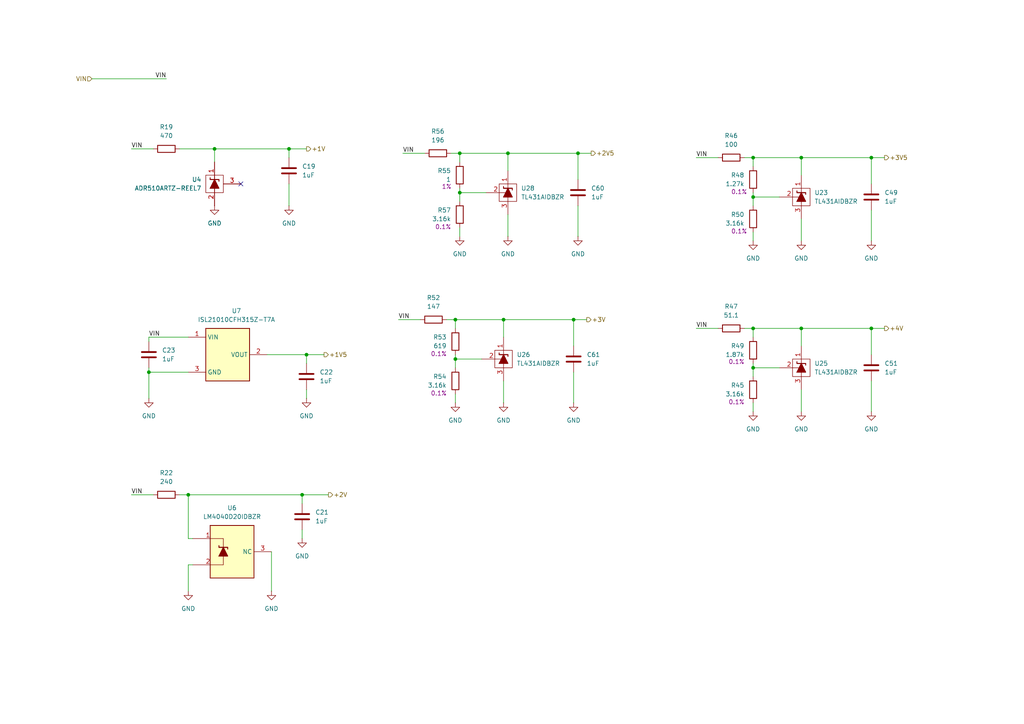
<source format=kicad_sch>
(kicad_sch (version 20250114) (generator "eeschema") (generator_version "9.0")
  (paper "A4")
  (lib_symbols
    (symbol "Library:ADR510ARTZ-REEL7"
      (property "Reference" "IC" (at 4.572 6.35 0))
      (property "Value" "ADR510ARTZ-REEL7" (at 4.572 3.81 0))
      (symbol "ADR510ARTZ-REEL7_0_1"
        (rectangle (start -2.54 -3.81) (end 2.54 -8.89))
        (polyline (pts (xy -1.27 -5.08) (xy 1.27 -5.08) (xy 1.27 -5.588)) (stroke (width 0.254)))
        (polyline (pts (xy -1.27 -7.62) (xy 1.27 -7.62) (xy 0 -5.08) (xy -1.27 -7.62)) (stroke (width 0.254)) (fill (type outline)))
        (polyline (pts (xy 1.27 -5.08) (xy -1.27 -5.08) (xy -1.27 -4.572)) (stroke (width 0.254)))
      )
      (symbol "ADR510ARTZ-REEL7_1_1"
        (pin passive line (at 0 0 270) (length 5.08) (name "") (number "1"))
        (pin passive line (at 0 -12.7 90) (length 5.08) (name "") (number "2"))
        (pin passive line (at 7.62 -6.35 180) (length 5.08) (name "") (number "3"))
      )
    )
    (symbol "Library:C" (pin_numbers (hide yes)) (pin_names (offset 0.254))
      (property "Reference" "C" (at 0.635 2.54 0))
      (property "Value" "C" (at 0.635 -2.54 0))
      (symbol "C_0_1"
        (polyline (pts (xy -2.032 0.762) (xy 2.032 0.762)) (stroke (width 0.508)))
        (polyline (pts (xy -2.032 -0.762) (xy 2.032 -0.762)) (stroke (width 0.508)))
      )
      (symbol "C_1_1"
        (pin passive line (at 0 3.81 270) (length 2.794) (name "~") (number "1"))
        (pin passive line (at 0 -3.81 90) (length 2.794) (name "~") (number "2"))
      )
    )
    (symbol "Library:ISL21010CFH315Z-T7A"
      (property "Reference" "IC" (at 24.13 7.62 0))
      (property "Value" "ISL21010CFH315Z-T7A" (at 24.13 5.08 0))
      (symbol "ISL21010CFH315Z-T7A_1_1"
        (rectangle (start 5.08 2.54) (end 17.78 -12.7) (stroke (width 0.254)) (fill (type background)))
        (pin passive line (at 0 0 0) (length 5.08) (name "VIN") (number "1"))
        (pin passive line (at 0 -10.16 0) (length 5.08) (name "GND") (number "3"))
        (pin passive line (at 22.86 -5.08 180) (length 5.08) (name "VOUT") (number "2"))
      )
    )
    (symbol "Library:LM4040D20IDBZR"
      (property "Reference" "IC" (at 31.75 1.27 0))
      (property "Value" "LM4040D20IDBZR" (at 31.75 -1.27 0))
      (symbol "LM4040D20IDBZR_0_1"
        (polyline (pts (xy 7.62 -2.54) (xy 10.16 -2.54) (xy 10.16 -3.048)) (stroke (width 0.254)))
        (polyline (pts (xy 7.62 -5.08) (xy 10.16 -5.08) (xy 8.89 -2.54) (xy 7.62 -5.08)) (stroke (width 0.254)) (fill (type outline)))
        (polyline (pts (xy 8.89 -2.54) (xy 8.89 0)))
        (polyline (pts (xy 8.89 -5.08) (xy 8.89 -7.62)))
        (polyline (pts (xy 10.16 -2.54) (xy 7.62 -2.54) (xy 7.62 -2.032)) (stroke (width 0.254)))
      )
      (symbol "LM4040D20IDBZR_1_1"
        (rectangle (start 5.08 3.81) (end 17.78 -11.43) (stroke (width 0.254)) (fill (type background)))
        (pin passive line (at 0 0 0) (length 8.89) (name "") (number "1"))
        (pin passive line (at 0 -7.62 0) (length 8.89) (name "") (number "2"))
        (pin passive line (at 22.86 -3.81 180) (length 5.08) (name "NC") (number "3"))
      )
    )
    (symbol "Library:R" (pin_numbers (hide yes)) (pin_names (offset 0))
      (property "Reference" "R" (at 2.032 0 90))
      (property "Value" "R" (at 0 0 90))
      (symbol "R_0_1"
        (rectangle (start -1.016 -2.54) (end 1.016 2.54) (stroke (width 0.254)))
      )
      (symbol "R_1_1"
        (pin passive line (at 0 3.81 270) (length 1.27) (name "~") (number "1"))
        (pin passive line (at 0 -3.81 90) (length 1.27) (name "~") (number "2"))
      )
    )
    (symbol "TL431AIDBZR_1"
      (property "Reference" "U" (at 3.302 -5.08 0))
      (property "Value" "TL431AIDBZR" (at 3.302 -7.62 0))
      (symbol "TL431AIDBZR_1_0_1"
        (rectangle (start -2.54 -3.81) (end 2.54 -8.89))
        (polyline (pts (xy -1.27 -5.08) (xy 1.27 -5.08) (xy 1.27 -5.588)) (stroke (width 0.254)))
        (polyline (pts (xy -1.27 -7.62) (xy 1.27 -7.62) (xy 0 -5.08) (xy -1.27 -7.62)) (stroke (width 0.254)) (fill (type outline)))
        (polyline (pts (xy 1.27 -5.08) (xy -1.27 -5.08) (xy -1.27 -4.572)) (stroke (width 0.254)))
      )
      (symbol "TL431AIDBZR_1_1_1"
        (pin passive line (at -6.35 -6.35 0) (length 5.588) (name "") (number "2"))
        (pin passive line (at 0 0 270) (length 5.08) (name "") (number "1"))
        (pin passive line (at 0 -12.7 90) (length 5.08) (name "") (number "3"))
      )
    )
    (symbol "power:GND" (power) (pin_numbers (hide yes)) (pin_names (offset 0) (hide yes))
      (property "Value" "GND" (at 0 -3.81 0))
      (symbol "GND_0_1"
        (polyline (pts (xy 0 0) (xy 0 -1.27) (xy 1.27 -1.27) (xy 0 -2.54) (xy -1.27 -1.27) (xy 0 -1.27)))
      )
      (symbol "GND_1_1"
        (pin power_in line (at 0 0 270) (length 0) (name "~") (number "1"))
      )
    )
  )
  (junction (at 218.44 95.25))
  (junction (at 132.08 104.14))
  (junction (at 132.08 92.71))
  (junction (at 252.73 95.25))
  (junction (at 83.82 43.18))
  (junction (at 166.37 92.71))
  (junction (at 218.44 45.72))
  (junction (at 167.64 44.45))
  (junction (at 232.41 95.25))
  (junction (at 43.18 107.95))
  (junction (at 146.05 92.71))
  (junction (at 232.41 45.72))
  (junction (at 88.9 102.87))
  (junction (at 218.44 57.15))
  (junction (at 218.44 106.68))
  (junction (at 133.35 55.88))
  (junction (at 87.63 143.51))
  (junction (at 133.35 44.45))
  (junction (at 62.23 43.18))
  (junction (at 147.32 44.45))
  (junction (at 252.73 45.72))
  (junction (at 54.61 143.51))
  (no_connect (at 69.85 53.34))
  (wire (pts (xy 133.35 54.61) (xy 133.35 55.88)))
  (wire (pts (xy 146.05 92.71) (xy 166.37 92.71)))
  (wire (pts (xy 88.9 113.03) (xy 88.9 115.57)))
  (wire (pts (xy 133.35 44.45) (xy 133.35 46.99)))
  (wire (pts (xy 232.41 100.33) (xy 232.41 95.25)))
  (wire (pts (xy 87.63 143.51) (xy 95.25 143.51)))
  (wire (pts (xy 88.9 102.87) (xy 88.9 105.41)))
  (wire (pts (xy 132.08 104.14) (xy 139.7 104.14)))
  (wire (pts (xy 218.44 45.72) (xy 232.41 45.72)))
  (wire (pts (xy 166.37 92.71) (xy 170.18 92.71)))
  (wire (pts (xy 252.73 95.25) (xy 252.73 102.87)))
  (wire (pts (xy 232.41 63.5) (xy 232.41 69.85)))
  (wire (pts (xy 87.63 143.51) (xy 87.63 146.05)))
  (wire (pts (xy 116.84 44.45) (xy 123.19 44.45)))
  (wire (pts (xy 167.64 59.69) (xy 167.64 68.58)))
  (wire (pts (xy 132.08 92.71) (xy 146.05 92.71)))
  (wire (pts (xy 83.82 53.34) (xy 83.82 59.69)))
  (wire (pts (xy 54.61 163.83) (xy 55.88 163.83)))
  (wire (pts (xy 43.18 107.95) (xy 54.61 107.95)))
  (wire (pts (xy 147.32 62.23) (xy 147.32 68.58)))
  (wire (pts (xy 215.9 95.25) (xy 218.44 95.25)))
  (wire (pts (xy 218.44 55.88) (xy 218.44 57.15)))
  (wire (pts (xy 87.63 153.67) (xy 87.63 156.21)))
  (wire (pts (xy 130.81 44.45) (xy 133.35 44.45)))
  (wire (pts (xy 147.32 49.53) (xy 147.32 44.45)))
  (wire (pts (xy 43.18 106.68) (xy 43.18 107.95)))
  (wire (pts (xy 147.32 44.45) (xy 167.64 44.45)))
  (wire (pts (xy 83.82 43.18) (xy 83.82 45.72)))
  (wire (pts (xy 218.44 105.41) (xy 218.44 106.68)))
  (wire (pts (xy 252.73 95.25) (xy 256.54 95.25)))
  (wire (pts (xy 166.37 107.95) (xy 166.37 116.84)))
  (wire (pts (xy 52.07 143.51) (xy 54.61 143.51)))
  (wire (pts (xy 252.73 60.96) (xy 252.73 69.85)))
  (wire (pts (xy 146.05 110.49) (xy 146.05 116.84)))
  (wire (pts (xy 218.44 57.15) (xy 218.44 59.69)))
  (wire (pts (xy 88.9 102.87) (xy 93.98 102.87)))
  (wire (pts (xy 146.05 97.79) (xy 146.05 92.71)))
  (wire (pts (xy 218.44 95.25) (xy 218.44 97.79)))
  (wire (pts (xy 54.61 143.51) (xy 54.61 156.21)))
  (wire (pts (xy 215.9 45.72) (xy 218.44 45.72)))
  (wire (pts (xy 201.93 45.72) (xy 208.28 45.72)))
  (wire (pts (xy 54.61 163.83) (xy 54.61 171.45)))
  (wire (pts (xy 133.35 66.04) (xy 133.35 68.58)))
  (wire (pts (xy 133.35 44.45) (xy 147.32 44.45)))
  (wire (pts (xy 43.18 97.79) (xy 54.61 97.79)))
  (wire (pts (xy 252.73 45.72) (xy 256.54 45.72)))
  (wire (pts (xy 62.23 43.18) (xy 62.23 46.99)))
  (wire (pts (xy 167.64 44.45) (xy 171.45 44.45)))
  (wire (pts (xy 133.35 55.88) (xy 133.35 58.42)))
  (wire (pts (xy 26.67 22.86) (xy 48.26 22.86)))
  (wire (pts (xy 132.08 102.87) (xy 132.08 104.14)))
  (wire (pts (xy 38.1 43.18) (xy 44.45 43.18)))
  (wire (pts (xy 38.1 143.51) (xy 44.45 143.51)))
  (wire (pts (xy 218.44 95.25) (xy 232.41 95.25)))
  (wire (pts (xy 43.18 97.79) (xy 43.18 99.06)))
  (wire (pts (xy 201.93 95.25) (xy 208.28 95.25)))
  (wire (pts (xy 129.54 92.71) (xy 132.08 92.71)))
  (wire (pts (xy 252.73 45.72) (xy 252.73 53.34)))
  (wire (pts (xy 252.73 110.49) (xy 252.73 119.38)))
  (wire (pts (xy 218.44 45.72) (xy 218.44 48.26)))
  (wire (pts (xy 232.41 45.72) (xy 252.73 45.72)))
  (wire (pts (xy 218.44 57.15) (xy 226.06 57.15)))
  (wire (pts (xy 77.47 102.87) (xy 88.9 102.87)))
  (wire (pts (xy 132.08 92.71) (xy 132.08 95.25)))
  (wire (pts (xy 218.44 67.31) (xy 218.44 69.85)))
  (wire (pts (xy 54.61 156.21) (xy 55.88 156.21)))
  (wire (pts (xy 132.08 104.14) (xy 132.08 106.68)))
  (wire (pts (xy 218.44 106.68) (xy 226.06 106.68)))
  (wire (pts (xy 62.23 43.18) (xy 83.82 43.18)))
  (wire (pts (xy 132.08 114.3) (xy 132.08 116.84)))
  (wire (pts (xy 232.41 113.03) (xy 232.41 119.38)))
  (wire (pts (xy 52.07 43.18) (xy 62.23 43.18)))
  (wire (pts (xy 83.82 43.18) (xy 88.9 43.18)))
  (wire (pts (xy 166.37 92.71) (xy 166.37 100.33)))
  (wire (pts (xy 232.41 95.25) (xy 252.73 95.25)))
  (wire (pts (xy 218.44 116.84) (xy 218.44 119.38)))
  (wire (pts (xy 115.57 92.71) (xy 121.92 92.71)))
  (wire (pts (xy 43.18 107.95) (xy 43.18 115.57)))
  (wire (pts (xy 78.74 160.02) (xy 78.74 171.45)))
  (wire (pts (xy 232.41 50.8) (xy 232.41 45.72)))
  (wire (pts (xy 218.44 106.68) (xy 218.44 109.22)))
  (wire (pts (xy 167.64 44.45) (xy 167.64 52.07)))
  (wire (pts (xy 133.35 55.88) (xy 140.97 55.88)))
  (wire (pts (xy 54.61 143.51) (xy 87.63 143.51)))
  (label "VIN" (at 48.26 22.86 180))
  (label "VIN" (at 116.84 44.45 0))
  (label "VIN" (at 201.93 95.25 0))
  (label "VIN" (at 38.1 143.51 0))
  (label "VIN" (at 43.18 97.79 0))
  (label "VIN" (at 115.57 92.71 0))
  (label "VIN" (at 201.93 45.72 0))
  (label "VIN" (at 38.1 43.18 0))
  (hierarchical_label "VIN" (shape input) (at 26.67 22.86 180))
  (hierarchical_label "+2V" (shape output) (at 95.25 143.51 0))
  (hierarchical_label "+3V5" (shape output) (at 256.54 45.72 0))
  (hierarchical_label "+1V5" (shape output) (at 93.98 102.87 0))
  (hierarchical_label "+4V" (shape output) (at 256.54 95.25 0))
  (hierarchical_label "+1V" (shape output) (at 88.9 43.18 0))
  (hierarchical_label "+2V5" (shape output) (at 171.45 44.45 0))
  (hierarchical_label "+3V" (shape output) (at 170.18 92.71 0))
  (symbol (lib_id "power:GND") (at 232.41 119.38 0) (unit 1)
    (property "Reference" "#PWR0163" (effects (hide yes)))
    (property "Value" "GND" (at 232.41 124.46 0))
    (property "Description" "Power symbol creates a global label with name \"GND\" , ground" (effects (hide yes)))
  )
  (symbol (lib_name "TL431AIDBZR_1") (lib_id "Library:TL431AIDBZR_1") (at 146.05 97.79 0) (unit 1)
    (property "Reference" "U26" (at 149.86 102.8699 0) (effects (justify left)))
    (property "Value" "TL431AIDBZR" (at 149.86 105.4099 0) (effects (justify left)))
    (property "Footprint" "Library:SOT95P237X112-3N" (effects (hide yes)))
    (property "Datasheet" "https://www.ti.com/lit/ds/symlink/tl431.pdf" (effects (hide yes)))
    (property "Description" "IC VREF SHUNT ADJ 1% SOT23-3" (effects (hide yes)))
    (property "Height" "1.12" (effects (hide yes)))
    (property "Manufacturer" "Texas Instruments" (effects (hide yes)))
    (property "Manufacturer Part Number" "TL431AIDBZR" (effects (hide yes)))
  )
  (symbol (lib_id "Library:R") (at 133.35 50.8 0) (mirror y) (unit 1)
    (property "Reference" "R55" (at 130.81 49.5299 0) (effects (justify left)))
    (property "Value" "1" (at 130.81 52.0699 0) (effects (justify left)))
    (property "Footprint" "Resistor_SMD:R_0603_1608Metric" (effects (hide yes)))
    (property "Datasheet" "https://industrial.panasonic.com/cdbs/www-data/pdf/RDN0000/AOA0000C313.pdf" (effects (hide yes)))
    (property "Description" "RES SMD 1 OHM 1% 1/4W 0603" (effects (hide yes)))
    (property "Tolerance" "1%" (at 129.54 54.102 0))
    (property "Manufacturer" "Panasonic Electronic Components" (effects (hide yes)))
    (property "Manufacturer Part Number" "ERJ-3BQF1R0V" (effects (hide yes)))
  )
  (symbol (lib_id "Library:C") (at 83.82 49.53 0) (unit 1)
    (property "Reference" "C19" (at 87.63 48.2599 0) (effects (justify left)))
    (property "Value" "1uF" (at 87.63 50.7999 0) (effects (justify left)))
    (property "Footprint" "Capacitor_SMD:C_0603_1608Metric" (effects (hide yes)))
    (property "Datasheet" "https://www.yageo.com/upload/media/product/productsearch/datasheet/mlcc/UPY-GPHC_X7R_6.3V-to-250V_24.pdf" (effects (hide yes)))
    (property "Description" "CAP CER 1UF 50V X7R 0603" (effects (hide yes)))
    (property "Manufacturer" "Yageo" (effects (hide yes)))
    (property "Package" "0603" (effects (hide yes)))
    (property "Manufacturer Part Number" "CC0603KRX7R9BB105" (effects (hide yes)))
  )
  (symbol (lib_id "power:GND") (at 252.73 119.38 0) (unit 1)
    (property "Reference" "#PWR0165" (effects (hide yes)))
    (property "Value" "GND" (at 252.73 124.46 0))
    (property "Description" "Power symbol creates a global label with name \"GND\" , ground" (effects (hide yes)))
  )
  (symbol (lib_id "power:GND") (at 218.44 69.85 0) (unit 1)
    (property "Reference" "#PWR0160" (effects (hide yes)))
    (property "Value" "GND" (at 218.44 74.93 0))
    (property "Description" "Power symbol creates a global label with name \"GND\" , ground" (effects (hide yes)))
  )
  (symbol (lib_id "Library:R") (at 133.35 62.23 0) (mirror y) (unit 1)
    (property "Reference" "R57" (at 130.81 60.9599 0) (effects (justify left)))
    (property "Value" "3.16k" (at 130.81 63.4999 0) (effects (justify left)))
    (property "Footprint" "Resistor_SMD:R_0603_1608Metric" (effects (hide yes)))
    (property "Datasheet" "https://industrial.panasonic.com/cdbs/www-data/pdf/RDM0000/AOA0000C307.pdf" (effects (hide yes)))
    (property "Description" "RES SMD 3.16KOHM 0.1% 1/10W 0603" (effects (hide yes)))
    (property "Tolerance" "0.1%" (at 128.524 65.786 0))
    (property "Manufacturer" "Panasonic Electronic Components" (effects (hide yes)))
    (property "Manufacturer Part Number" "ERA-3AEB3161V" (effects (hide yes)))
  )
  (symbol (lib_id "power:GND") (at 83.82 59.69 0) (unit 1)
    (property "Reference" "#PWR0147" (effects (hide yes)))
    (property "Value" "GND" (at 83.82 64.77 0))
    (property "Description" "Power symbol creates a global label with name \"GND\" , ground" (effects (hide yes)))
  )
  (symbol (lib_id "power:GND") (at 133.35 68.58 0) (unit 1)
    (property "Reference" "#PWR0153" (effects (hide yes)))
    (property "Value" "GND" (at 133.35 73.66 0))
    (property "Description" "Power symbol creates a global label with name \"GND\" , ground" (effects (hide yes)))
  )
  (symbol (lib_id "power:GND") (at 54.61 171.45 0) (unit 1)
    (property "Reference" "#PWR0144" (effects (hide yes)))
    (property "Value" "GND" (at 54.61 176.53 0))
    (property "Description" "Power symbol creates a global label with name \"GND\" , ground" (effects (hide yes)))
  )
  (symbol (lib_id "Library:R") (at 218.44 63.5 0) (mirror y) (unit 1)
    (property "Reference" "R50" (at 215.9 62.2299 0) (effects (justify left)))
    (property "Value" "3.16k" (at 215.9 64.7699 0) (effects (justify left)))
    (property "Footprint" "Resistor_SMD:R_0603_1608Metric" (effects (hide yes)))
    (property "Datasheet" "https://industrial.panasonic.com/cdbs/www-data/pdf/RDM0000/AOA0000C307.pdf" (effects (hide yes)))
    (property "Description" "RES SMD 3.16KOHM 0.1% 1/10W 0603" (effects (hide yes)))
    (property "Tolerance" "0.1%" (at 214.376 67.056 0))
    (property "Manufacturer" "Panasonic Electronic Components" (effects (hide yes)))
    (property "Manufacturer Part Number" "ERA-3AEB3161V" (effects (hide yes)))
  )
  (symbol (lib_name "TL431AIDBZR_1") (lib_id "Library:TL431AIDBZR_1") (at 232.41 100.33 0) (unit 1)
    (property "Reference" "U25" (at 236.22 105.4099 0) (effects (justify left)))
    (property "Value" "TL431AIDBZR" (at 236.22 107.9499 0) (effects (justify left)))
    (property "Footprint" "Library:SOT95P237X112-3N" (effects (hide yes)))
    (property "Datasheet" "https://www.ti.com/lit/ds/symlink/tl431.pdf" (effects (hide yes)))
    (property "Description" "IC VREF SHUNT ADJ 1% SOT23-3" (effects (hide yes)))
    (property "Height" "1.12" (effects (hide yes)))
    (property "Manufacturer" "Texas Instruments" (effects (hide yes)))
    (property "Manufacturer Part Number" "TL431AIDBZR" (effects (hide yes)))
  )
  (symbol (lib_id "Library:ADR510ARTZ-REEL7") (at 62.23 46.99 0) (unit 1)
    (property "Reference" "U4" (at 58.42 52.0699 0) (effects (justify right)))
    (property "Value" "ADR510ARTZ-REEL7" (at 58.42 54.6099 0) (effects (justify right)))
    (property "Footprint" "Library:SOT95P237X112-3N" (effects (hide yes)))
    (property "Datasheet" "https://www.analog.com/media/en/technical-documentation/data-sheets/ADR510.pdf" (effects (hide yes)))
    (property "Description" "IC VREF SHUNT 0.35% SOT23-3" (effects (hide yes)))
    (property "Manufacturer" "Analog Devices" (effects (hide yes)))
    (property "Manufacturer Part Number" "ADR510ARTZ-REEL7" (effects (hide yes)))
  )
  (symbol (lib_id "power:GND") (at 62.23 59.69 0) (unit 1)
    (property "Reference" "#PWR0145" (effects (hide yes)))
    (property "Value" "GND" (at 62.23 64.77 0))
    (property "Description" "Power symbol creates a global label with name \"GND\" , ground" (effects (hide yes)))
  )
  (symbol (lib_id "Library:R") (at 132.08 99.06 0) (mirror y) (unit 1)
    (property "Reference" "R53" (at 129.54 97.7899 0) (effects (justify left)))
    (property "Value" "619" (at 129.54 100.3299 0) (effects (justify left)))
    (property "Footprint" "Resistor_SMD:R_0603_1608Metric" (effects (hide yes)))
    (property "Datasheet" "https://industrial.panasonic.com/cdbs/www-data/pdf/RDM0000/AOA0000C307.pdf" (effects (hide yes)))
    (property "Description" "RES SMD 619 OHM 0.1% 1/10W 0603" (effects (hide yes)))
    (property "Tolerance" "0.1%" (at 127.254 102.616 0))
    (property "Manufacturer" "Panasonic Electronic Components" (effects (hide yes)))
    (property "Manufacturer Part Number" "ERA-3AEB6190V" (effects (hide yes)))
  )
  (symbol (lib_id "Library:R") (at 48.26 143.51 90) (unit 1)
    (property "Reference" "R22" (at 48.26 137.16 90))
    (property "Value" "240" (at 48.26 139.7 90))
    (property "Footprint" "Resistor_SMD:R_0603_1608Metric" (effects (hide yes)))
    (property "Datasheet" "https://www.yageo.com/upload/media/product/products/datasheet/rchip/PYu-RC_Group_51_RoHS_L_12.pdf" (effects (hide yes)))
    (property "Description" "RES 240 OHM 1% 1/10W 0603" (effects (hide yes)))
    (property "Tolerance" "1%" (effects (hide yes)))
    (property "Manufacturer" "Yageo" (effects (hide yes)))
    (property "Manufacturer Part Number" "RC0603FR-07240RL" (effects (hide yes)))
  )
  (symbol (lib_id "power:GND") (at 43.18 115.57 0) (unit 1)
    (property "Reference" "#PWR0143" (effects (hide yes)))
    (property "Value" "GND" (at 43.18 120.65 0))
    (property "Description" "Power symbol creates a global label with name \"GND\" , ground" (effects (hide yes)))
  )
  (symbol (lib_id "power:GND") (at 252.73 69.85 0) (unit 1)
    (property "Reference" "#PWR0164" (effects (hide yes)))
    (property "Value" "GND" (at 252.73 74.93 0))
    (property "Description" "Power symbol creates a global label with name \"GND\" , ground" (effects (hide yes)))
  )
  (symbol (lib_id "Library:R") (at 127 44.45 90) (unit 1)
    (property "Reference" "R56" (at 127 38.1 90))
    (property "Value" "196" (at 127 40.64 90))
    (property "Footprint" "Resistor_SMD:R_0603_1608Metric" (effects (hide yes)))
    (property "Datasheet" "https://industrial.panasonic.com/cdbs/www-data/pdf/RDA0000/AOA0000C304.pdf" (effects (hide yes)))
    (property "Description" "RES SMD 196 OHM 1% 1/10W 0603" (effects (hide yes)))
    (property "Tolerance" "1%" (effects (hide yes)))
    (property "Manufacturer" "Panasonic Electronic Components" (effects (hide yes)))
    (property "Manufacturer Part Number" "ERJ-3EKF1960V" (effects (hide yes)))
  )
  (symbol (lib_id "Library:R") (at 125.73 92.71 90) (unit 1)
    (property "Reference" "R52" (at 125.73 86.36 90))
    (property "Value" "147" (at 125.73 88.9 90))
    (property "Footprint" "Resistor_SMD:R_0603_1608Metric" (effects (hide yes)))
    (property "Datasheet" "https://industrial.panasonic.com/cdbs/www-data/pdf/RDA0000/AOA0000C304.pdf" (effects (hide yes)))
    (property "Description" "RES SMD 147 OHM 1% 1/10W 0603" (effects (hide yes)))
    (property "Tolerance" "1%" (effects (hide yes)))
    (property "Manufacturer" "Panasonic Electronic Components" (effects (hide yes)))
    (property "Manufacturer Part Number" "ERJ-3EKF1470V" (effects (hide yes)))
  )
  (symbol (lib_id "power:GND") (at 232.41 69.85 0) (unit 1)
    (property "Reference" "#PWR0162" (effects (hide yes)))
    (property "Value" "GND" (at 232.41 74.93 0))
    (property "Description" "Power symbol creates a global label with name \"GND\" , ground" (effects (hide yes)))
  )
  (symbol (lib_id "Library:C") (at 166.37 104.14 0) (unit 1)
    (property "Reference" "C61" (at 170.18 102.8699 0) (effects (justify left)))
    (property "Value" "1uF" (at 170.18 105.4099 0) (effects (justify left)))
    (property "Footprint" "Capacitor_SMD:C_0603_1608Metric" (effects (hide yes)))
    (property "Datasheet" "https://www.yageo.com/upload/media/product/productsearch/datasheet/mlcc/UPY-GPHC_X7R_6.3V-to-250V_24.pdf" (effects (hide yes)))
    (property "Description" "CAP CER 1UF 50V X7R 0603" (effects (hide yes)))
    (property "Manufacturer" "Yageo" (effects (hide yes)))
    (property "Package" "0603" (effects (hide yes)))
    (property "Manufacturer Part Number" "CC0603KRX7R9BB105" (effects (hide yes)))
  )
  (symbol (lib_id "Library:C") (at 87.63 149.86 0) (unit 1)
    (property "Reference" "C21" (at 91.44 148.5899 0) (effects (justify left)))
    (property "Value" "1uF" (at 91.44 151.1299 0) (effects (justify left)))
    (property "Footprint" "Capacitor_SMD:C_0603_1608Metric" (effects (hide yes)))
    (property "Datasheet" "https://www.yageo.com/upload/media/product/productsearch/datasheet/mlcc/UPY-GPHC_X7R_6.3V-to-250V_24.pdf" (effects (hide yes)))
    (property "Description" "CAP CER 1UF 50V X7R 0603" (effects (hide yes)))
    (property "Manufacturer" "Yageo" (effects (hide yes)))
    (property "Package" "0603" (effects (hide yes)))
    (property "Manufacturer Part Number" "CC0603KRX7R9BB105" (effects (hide yes)))
  )
  (symbol (lib_id "power:GND") (at 167.64 68.58 0) (unit 1)
    (property "Reference" "#PWR0157" (effects (hide yes)))
    (property "Value" "GND" (at 167.64 73.66 0))
    (property "Description" "Power symbol creates a global label with name \"GND\" , ground" (effects (hide yes)))
  )
  (symbol (lib_id "Library:LM4040D20IDBZR") (at 55.88 156.21 0) (unit 1)
    (property "Reference" "U6" (at 67.31 147.32 0))
    (property "Value" "LM4040D20IDBZR" (at 67.31 149.86 0))
    (property "Footprint" "Library:SOT95P237X112-3N" (effects (hide yes)))
    (property "Datasheet" "http://www.ti.com/lit/gpn/lm4040" (effects (hide yes)))
    (property "Description" "IC VREF SHUNT 1% SOT23-3" (effects (hide yes)))
    (property "Height" "1.12" (effects (hide yes)))
    (property "Manufacturer" "Texas Instruments" (effects (hide yes)))
    (property "Manufacturer Part Number" "LM4040D20IDBZR" (effects (hide yes)))
  )
  (symbol (lib_id "Library:R") (at 212.09 95.25 90) (unit 1)
    (property "Reference" "R47" (at 212.09 88.9 90))
    (property "Value" "51.1" (at 212.09 91.44 90))
    (property "Footprint" "Resistor_SMD:R_0603_1608Metric" (effects (hide yes)))
    (property "Datasheet" "https://industrial.panasonic.com/cdbs/www-data/pdf/RDA0000/AOA0000C304.pdf" (effects (hide yes)))
    (property "Description" "RES SMD 51.1 OHM 1% 1/10W 0603" (effects (hide yes)))
    (property "Tolerance" "1%" (effects (hide yes)))
    (property "Manufacturer" "Panasonic Electronic Components" (effects (hide yes)))
    (property "Manufacturer Part Number" "ERJ-3EKF51R1V" (effects (hide yes)))
  )
  (symbol (lib_name "TL431AIDBZR_1") (lib_id "Library:TL431AIDBZR_1") (at 232.41 50.8 0) (unit 1)
    (property "Reference" "U23" (at 236.22 55.8799 0) (effects (justify left)))
    (property "Value" "TL431AIDBZR" (at 236.22 58.4199 0) (effects (justify left)))
    (property "Footprint" "Library:SOT95P237X112-3N" (effects (hide yes)))
    (property "Datasheet" "https://www.ti.com/lit/ds/symlink/tl431.pdf" (effects (hide yes)))
    (property "Description" "IC VREF SHUNT ADJ 1% SOT23-3" (effects (hide yes)))
    (property "Height" "1.12" (effects (hide yes)))
    (property "Manufacturer" "Texas Instruments" (effects (hide yes)))
    (property "Manufacturer Part Number" "TL431AIDBZR" (effects (hide yes)))
  )
  (symbol (lib_id "power:GND") (at 132.08 116.84 0) (unit 1)
    (property "Reference" "#PWR0152" (effects (hide yes)))
    (property "Value" "GND" (at 132.08 121.92 0))
    (property "Description" "Power symbol creates a global label with name \"GND\" , ground" (effects (hide yes)))
  )
  (symbol (lib_id "Library:C") (at 167.64 55.88 0) (unit 1)
    (property "Reference" "C60" (at 171.45 54.6099 0) (effects (justify left)))
    (property "Value" "1uF" (at 171.45 57.1499 0) (effects (justify left)))
    (property "Footprint" "Capacitor_SMD:C_0603_1608Metric" (effects (hide yes)))
    (property "Datasheet" "https://www.yageo.com/upload/media/product/productsearch/datasheet/mlcc/UPY-GPHC_X7R_6.3V-to-250V_24.pdf" (effects (hide yes)))
    (property "Description" "CAP CER 1UF 50V X7R 0603" (effects (hide yes)))
    (property "Manufacturer" "Yageo" (effects (hide yes)))
    (property "Package" "0603" (effects (hide yes)))
    (property "Manufacturer Part Number" "CC0603KRX7R9BB105" (effects (hide yes)))
  )
  (symbol (lib_id "Library:R") (at 218.44 101.6 0) (mirror y) (unit 1)
    (property "Reference" "R49" (at 215.9 100.3299 0) (effects (justify left)))
    (property "Value" "1.87k" (at 215.9 102.8699 0) (effects (justify left)))
    (property "Footprint" "Resistor_SMD:R_0603_1608Metric" (effects (hide yes)))
    (property "Datasheet" "https://industrial.panasonic.com/cdbs/www-data/pdf/RDM0000/AOA0000C328.pdf" (effects (hide yes)))
    (property "Description" "RES SMD 1.87K OHM 0.1% 1/5W 0603" (effects (hide yes)))
    (property "Tolerance" "0.1%" (at 213.614 104.902 0))
    (property "Manufacturer" "Panasonic Electronic Components" (effects (hide yes)))
    (property "Manufacturer Part Number" "ERJ-PB3B1871V" (effects (hide yes)))
  )
  (symbol (lib_id "power:GND") (at 78.74 171.45 0) (unit 1)
    (property "Reference" "#PWR0146" (effects (hide yes)))
    (property "Value" "GND" (at 78.74 176.53 0))
    (property "Description" "Power symbol creates a global label with name \"GND\" , ground" (effects (hide yes)))
  )
  (symbol (lib_id "power:GND") (at 147.32 68.58 0) (unit 1)
    (property "Reference" "#PWR0155" (effects (hide yes)))
    (property "Value" "GND" (at 147.32 73.66 0))
    (property "Description" "Power symbol creates a global label with name \"GND\" , ground" (effects (hide yes)))
  )
  (symbol (lib_id "Library:C") (at 252.73 57.15 0) (unit 1)
    (property "Reference" "C49" (at 256.54 55.8799 0) (effects (justify left)))
    (property "Value" "1uF" (at 256.54 58.4199 0) (effects (justify left)))
    (property "Footprint" "Capacitor_SMD:C_0603_1608Metric" (effects (hide yes)))
    (property "Datasheet" "https://www.yageo.com/upload/media/product/productsearch/datasheet/mlcc/UPY-GPHC_X7R_6.3V-to-250V_24.pdf" (effects (hide yes)))
    (property "Description" "CAP CER 1UF 50V X7R 0603" (effects (hide yes)))
    (property "Manufacturer" "Yageo" (effects (hide yes)))
    (property "Package" "0603" (effects (hide yes)))
    (property "Manufacturer Part Number" "CC0603KRX7R9BB105" (effects (hide yes)))
  )
  (symbol (lib_id "Library:R") (at 212.09 45.72 90) (unit 1)
    (property "Reference" "R46" (at 212.09 39.37 90))
    (property "Value" "100" (at 212.09 41.91 90))
    (property "Footprint" "Resistor_SMD:R_0603_1608Metric" (effects (hide yes)))
    (property "Datasheet" "https://industrial.panasonic.com/cdbs/www-data/pdf/RDA0000/AOA0000C304.pdf" (effects (hide yes)))
    (property "Description" "RES SMD 100 OHM 1% 1/10W 0603" (effects (hide yes)))
    (property "Tolerance" "1%" (effects (hide yes)))
    (property "Manufacturer" "Panasonic Electronic Components" (effects (hide yes)))
    (property "Manufacturer Part Number" "ERJ-3EKF1000V" (effects (hide yes)))
  )
  (symbol (lib_id "power:GND") (at 166.37 116.84 0) (unit 1)
    (property "Reference" "#PWR0156" (effects (hide yes)))
    (property "Value" "GND" (at 166.37 121.92 0))
    (property "Description" "Power symbol creates a global label with name \"GND\" , ground" (effects (hide yes)))
  )
  (symbol (lib_id "Library:C") (at 252.73 106.68 0) (unit 1)
    (property "Reference" "C51" (at 256.54 105.4099 0) (effects (justify left)))
    (property "Value" "1uF" (at 256.54 107.9499 0) (effects (justify left)))
    (property "Footprint" "Capacitor_SMD:C_0603_1608Metric" (effects (hide yes)))
    (property "Datasheet" "https://www.yageo.com/upload/media/product/productsearch/datasheet/mlcc/UPY-GPHC_X7R_6.3V-to-250V_24.pdf" (effects (hide yes)))
    (property "Description" "CAP CER 1UF 50V X7R 0603" (effects (hide yes)))
    (property "Manufacturer" "Yageo" (effects (hide yes)))
    (property "Package" "0603" (effects (hide yes)))
    (property "Manufacturer Part Number" "CC0603KRX7R9BB105" (effects (hide yes)))
  )
  (symbol (lib_id "power:GND") (at 87.63 156.21 0) (unit 1)
    (property "Reference" "#PWR0148" (effects (hide yes)))
    (property "Value" "GND" (at 87.63 161.29 0))
    (property "Description" "Power symbol creates a global label with name \"GND\" , ground" (effects (hide yes)))
  )
  (symbol (lib_id "Library:R") (at 218.44 113.03 0) (mirror y) (unit 1)
    (property "Reference" "R45" (at 215.9 111.7599 0) (effects (justify left)))
    (property "Value" "3.16k" (at 215.9 114.2999 0) (effects (justify left)))
    (property "Footprint" "Resistor_SMD:R_0603_1608Metric" (effects (hide yes)))
    (property "Datasheet" "https://industrial.panasonic.com/cdbs/www-data/pdf/RDM0000/AOA0000C307.pdf" (effects (hide yes)))
    (property "Description" "RES SMD 3.16KOHM 0.1% 1/10W 0603" (effects (hide yes)))
    (property "Tolerance" "0.1%" (at 213.614 116.586 0))
    (property "Manufacturer" "Panasonic Electronic Components" (effects (hide yes)))
    (property "Manufacturer Part Number" "ERA-3AEB3161V" (effects (hide yes)))
  )
  (symbol (lib_id "Library:C") (at 88.9 109.22 0) (unit 1)
    (property "Reference" "C22" (at 92.71 107.9499 0) (effects (justify left)))
    (property "Value" "1uF" (at 92.71 110.4899 0) (effects (justify left)))
    (property "Footprint" "Capacitor_SMD:C_0603_1608Metric" (effects (hide yes)))
    (property "Datasheet" "https://www.yageo.com/upload/media/product/productsearch/datasheet/mlcc/UPY-GPHC_X7R_6.3V-to-250V_24.pdf" (effects (hide yes)))
    (property "Description" "CAP CER 1UF 50V X7R 0603" (effects (hide yes)))
    (property "Manufacturer" "Yageo" (effects (hide yes)))
    (property "Package" "0603" (effects (hide yes)))
    (property "Manufacturer Part Number" "CC0603KRX7R9BB105" (effects (hide yes)))
  )
  (symbol (lib_id "Library:R") (at 132.08 110.49 0) (mirror y) (unit 1)
    (property "Reference" "R54" (at 129.54 109.2199 0) (effects (justify left)))
    (property "Value" "3.16k" (at 129.54 111.7599 0) (effects (justify left)))
    (property "Footprint" "Resistor_SMD:R_0603_1608Metric" (effects (hide yes)))
    (property "Datasheet" "https://industrial.panasonic.com/cdbs/www-data/pdf/RDM0000/AOA0000C307.pdf" (effects (hide yes)))
    (property "Description" "RES SMD 3.16KOHM 0.1% 1/10W 0603" (effects (hide yes)))
    (property "Tolerance" "0.1%" (at 127.254 114.046 0))
    (property "Manufacturer" "Panasonic Electronic Components" (effects (hide yes)))
    (property "Manufacturer Part Number" "ERA-3AEB3161V" (effects (hide yes)))
  )
  (symbol (lib_id "Library:R") (at 48.26 43.18 90) (unit 1)
    (property "Reference" "R19" (at 48.26 36.83 90))
    (property "Value" "470" (at 48.26 39.37 90))
    (property "Footprint" "Resistor_SMD:R_0603_1608Metric" (effects (hide yes)))
    (property "Datasheet" "https://industrial.panasonic.com/cdbs/www-data/pdf/RDA0000/AOA0000C301.pdf" (effects (hide yes)))
    (property "Description" "RES SMD 470 OHM 5% 1/10W 0603" (effects (hide yes)))
    (property "Tolerance" "1%" (effects (hide yes)))
    (property "Manufacturer" "Panasonic Electronic Components" (effects (hide yes)))
    (property "Manufacturer Part Number" "ERJ-3GEYJ471V" (effects (hide yes)))
  )
  (symbol (lib_id "Library:ISL21010CFH315Z-T7A") (at 54.61 97.79 0) (unit 1)
    (property "Reference" "U7" (at 68.58 90.17 0))
    (property "Value" "ISL21010CFH315Z-T7A" (at 68.58 92.71 0))
    (property "Footprint" "Library:SOT95P237X112-3N-RENESAS" (effects (hide yes)))
    (property "Datasheet" "https://www.renesas.com/en-us/www/doc/datasheet/isl21010.pdf" (effects (hide yes)))
    (property "Description" "IC VREF SERIES 0.2% SOT23-3" (effects (hide yes)))
    (property "Height" "1.12" (effects (hide yes)))
    (property "Manufacturer" "Renesas Electronics" (effects (hide yes)))
    (property "Manufacturer Part Number" "ISL21010CFH315Z-T7A" (effects (hide yes)))
  )
  (symbol (lib_id "Library:C") (at 43.18 102.87 0) (unit 1)
    (property "Reference" "C23" (at 46.99 101.5999 0) (effects (justify left)))
    (property "Value" "1uF" (at 46.99 104.1399 0) (effects (justify left)))
    (property "Footprint" "Capacitor_SMD:C_0603_1608Metric" (effects (hide yes)))
    (property "Datasheet" "https://www.yageo.com/upload/media/product/productsearch/datasheet/mlcc/UPY-GPHC_X7R_6.3V-to-250V_24.pdf" (effects (hide yes)))
    (property "Description" "CAP CER 1UF 50V X7R 0603" (effects (hide yes)))
    (property "Manufacturer" "Yageo" (effects (hide yes)))
    (property "Package" "0603" (effects (hide yes)))
    (property "Manufacturer Part Number" "CC0603KRX7R9BB105" (effects (hide yes)))
  )
  (symbol (lib_id "Library:R") (at 218.44 52.07 0) (mirror y) (unit 1)
    (property "Reference" "R48" (at 215.9 50.7999 0) (effects (justify left)))
    (property "Value" "1.27k" (at 215.9 53.3399 0) (effects (justify left)))
    (property "Footprint" "Resistor_SMD:R_0603_1608Metric" (effects (hide yes)))
    (property "Datasheet" "https://industrial.panasonic.com/cdbs/www-data/pdf/RDM0000/AOA0000C307.pdf" (effects (hide yes)))
    (property "Description" "RES SMD 1.27KOHM 0.1% 1/10W 0603" (effects (hide yes)))
    (property "Tolerance" "0.1%" (at 214.376 55.626 0))
    (property "Manufacturer" "Panasonic Electronic Components" (effects (hide yes)))
    (property "Manufacturer Part Number" "ERA-3AEB1271V" (effects (hide yes)))
  )
  (symbol (lib_id "power:GND") (at 88.9 115.57 0) (unit 1)
    (property "Reference" "#PWR0149" (effects (hide yes)))
    (property "Value" "GND" (at 88.9 120.65 0))
    (property "Description" "Power symbol creates a global label with name \"GND\" , ground" (effects (hide yes)))
  )
  (symbol (lib_id "power:GND") (at 146.05 116.84 0) (unit 1)
    (property "Reference" "#PWR0154" (effects (hide yes)))
    (property "Value" "GND" (at 146.05 121.92 0))
    (property "Description" "Power symbol creates a global label with name \"GND\" , ground" (effects (hide yes)))
  )
  (symbol (lib_name "TL431AIDBZR_1") (lib_id "Library:TL431AIDBZR_1") (at 147.32 49.53 0) (unit 1)
    (property "Reference" "U28" (at 151.13 54.6099 0) (effects (justify left)))
    (property "Value" "TL431AIDBZR" (at 151.13 57.1499 0) (effects (justify left)))
    (property "Footprint" "Library:SOT95P237X112-3N" (effects (hide yes)))
    (property "Datasheet" "https://www.ti.com/lit/ds/symlink/tl431.pdf" (effects (hide yes)))
    (property "Description" "IC VREF SHUNT ADJ 1% SOT23-3" (effects (hide yes)))
    (property "Height" "1.12" (effects (hide yes)))
    (property "Manufacturer" "Texas Instruments" (effects (hide yes)))
    (property "Manufacturer Part Number" "TL431AIDBZR" (effects (hide yes)))
  )
  (symbol (lib_id "power:GND") (at 218.44 119.38 0) (unit 1)
    (property "Reference" "#PWR0161" (effects (hide yes)))
    (property "Value" "GND" (at 218.44 124.46 0))
    (property "Description" "Power symbol creates a global label with name \"GND\" , ground" (effects (hide yes)))
  )
)
</source>
